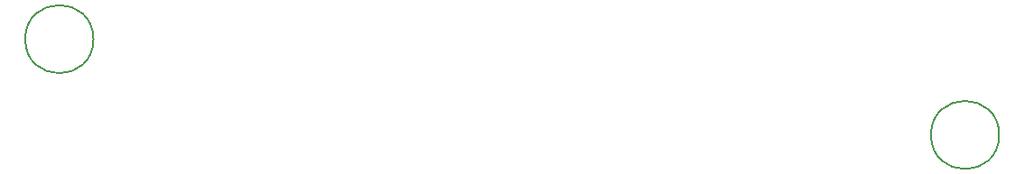
<source format=gbr>
G04 #@! TF.GenerationSoftware,KiCad,Pcbnew,7.0.1-3b83917a11~171~ubuntu22.04.1*
G04 #@! TF.CreationDate,2023-03-12T10:58:09-04:00*
G04 #@! TF.ProjectId,pmf_daughter,706d665f-6461-4756-9768-7465722e6b69,rev?*
G04 #@! TF.SameCoordinates,Original*
G04 #@! TF.FileFunction,Other,Comment*
%FSLAX46Y46*%
G04 Gerber Fmt 4.6, Leading zero omitted, Abs format (unit mm)*
G04 Created by KiCad (PCBNEW 7.0.1-3b83917a11~171~ubuntu22.04.1) date 2023-03-12 10:58:09*
%MOMM*%
%LPD*%
G01*
G04 APERTURE LIST*
%ADD10C,0.150000*%
G04 APERTURE END LIST*
D10*
G04 #@! TO.C,H2*
X143200000Y-40000000D02*
G75*
G03*
X143200000Y-40000000I-3200000J0D01*
G01*
G04 #@! TO.C,H1*
X58200000Y-31000000D02*
G75*
G03*
X58200000Y-31000000I-3200000J0D01*
G01*
G04 #@! TD*
M02*

</source>
